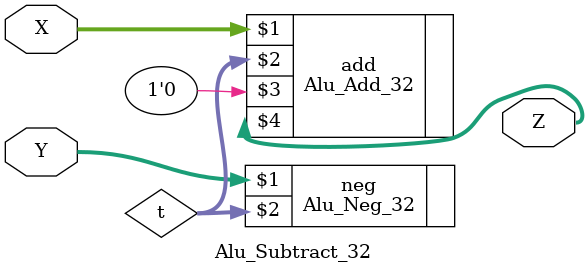
<source format=v>
module Alu_Subtract_32 (
	input wire [31:0] X,
	input wire [31:0] Y,
	output wire [31:0] Z
);

	// Negate Y and add to X
	wire [31:0] t;
	Alu_Neg_32 neg(Y, t);
	Alu_Add_32 add(X, t, 1'b0, Z);

endmodule
</source>
